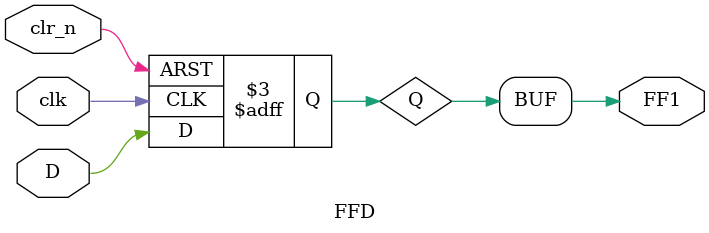
<source format=v>
module FFD(
				input clr_n, clk, D,
				output FF1
			  );

reg Q;
always @ (posedge clk or negedge clr_n)
begin
	if(~clr_n)
		Q <= 1'd0;
	else
	begin
		Q <= D;
	end

end

assign FF1 = Q;
endmodule

</source>
